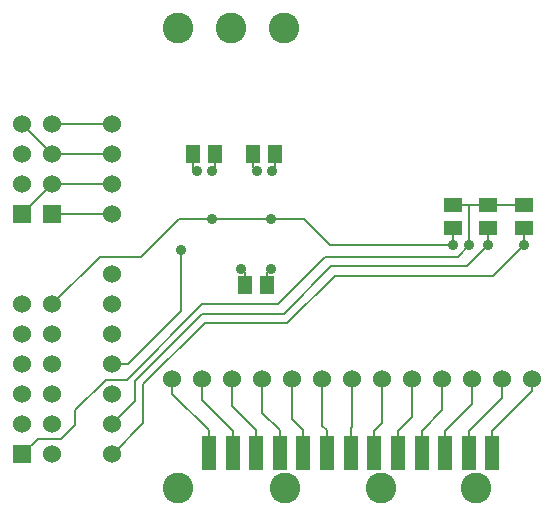
<source format=gtl>
G04 (created by PCBNEW-RS274X (2012-01-19 BZR 3256)-stable) date Mon 10 Dec 2012 16:42:02 GMT*
G01*
G70*
G90*
%MOIN*%
G04 Gerber Fmt 3.4, Leading zero omitted, Abs format*
%FSLAX34Y34*%
G04 APERTURE LIST*
%ADD10C,0.006000*%
%ADD11R,0.051200X0.118100*%
%ADD12C,0.102400*%
%ADD13R,0.051200X0.059100*%
%ADD14R,0.059100X0.051200*%
%ADD15C,0.060000*%
%ADD16R,0.060000X0.060000*%
%ADD17C,0.035000*%
%ADD18C,0.008000*%
G04 APERTURE END LIST*
G54D10*
G54D11*
X66674Y-46457D03*
X65887Y-46457D03*
X65099Y-46457D03*
X64312Y-46457D03*
X63524Y-46457D03*
X62737Y-46457D03*
X61950Y-46457D03*
X61162Y-46457D03*
X60375Y-46457D03*
X59587Y-46457D03*
X58800Y-46457D03*
X58013Y-46457D03*
X57225Y-46457D03*
G54D12*
X56181Y-32283D03*
X57953Y-32283D03*
X59724Y-32283D03*
X56181Y-47638D03*
X59764Y-47638D03*
X62953Y-47638D03*
X66142Y-47638D03*
G54D13*
X56692Y-36496D03*
X57442Y-36496D03*
G54D14*
X66535Y-38208D03*
X66535Y-38958D03*
X67717Y-38208D03*
X67717Y-38958D03*
G54D13*
X58424Y-40866D03*
X59174Y-40866D03*
X58680Y-36496D03*
X59430Y-36496D03*
G54D15*
X63000Y-44000D03*
X54000Y-35500D03*
X54000Y-43500D03*
X54000Y-36500D03*
X56000Y-44000D03*
X57000Y-44000D03*
X58000Y-44000D03*
X59000Y-44000D03*
X60000Y-44000D03*
X61000Y-44000D03*
X62000Y-44000D03*
X54000Y-42500D03*
X64000Y-44000D03*
X65000Y-44000D03*
X66000Y-44000D03*
X67000Y-44000D03*
X68000Y-44000D03*
X54000Y-45500D03*
X54000Y-44500D03*
X54000Y-46500D03*
X54000Y-40500D03*
X54000Y-38500D03*
X54000Y-41500D03*
X54000Y-37500D03*
G54D16*
X51000Y-46500D03*
G54D15*
X52000Y-46500D03*
X51000Y-45500D03*
X52000Y-45500D03*
X51000Y-44500D03*
X52000Y-44500D03*
X52000Y-43500D03*
X51000Y-43500D03*
X52000Y-42500D03*
X51000Y-42500D03*
X52000Y-41500D03*
X51000Y-41500D03*
G54D16*
X52000Y-38500D03*
G54D15*
X52000Y-37500D03*
X52000Y-36500D03*
X52000Y-35500D03*
G54D14*
X65354Y-38208D03*
X65354Y-38958D03*
G54D16*
X51000Y-38500D03*
G54D15*
X51000Y-37500D03*
X51000Y-36500D03*
X51000Y-35500D03*
G54D17*
X56811Y-37067D03*
X56299Y-39685D03*
X58307Y-40315D03*
X59291Y-38661D03*
X65354Y-39528D03*
X57323Y-38661D03*
X59291Y-40315D03*
X57323Y-37067D03*
X66535Y-39528D03*
X67717Y-39528D03*
X65906Y-39528D03*
X58819Y-37067D03*
X59311Y-37067D03*
G54D18*
X56692Y-36948D02*
X56692Y-36496D01*
X56811Y-37067D02*
X56692Y-36948D01*
X56299Y-41733D02*
X56299Y-39685D01*
X54532Y-43500D02*
X56299Y-41733D01*
X54000Y-43500D02*
X54532Y-43500D01*
X54000Y-37500D02*
X52000Y-37500D01*
X58307Y-40315D02*
X58424Y-40432D01*
X58424Y-40432D02*
X58424Y-40866D01*
X52000Y-37500D02*
X51000Y-38500D01*
X54000Y-38500D02*
X52000Y-38500D01*
X60394Y-38661D02*
X59291Y-38661D01*
X56221Y-38661D02*
X54961Y-39921D01*
X59174Y-40432D02*
X59291Y-40315D01*
X61261Y-39528D02*
X60394Y-38661D01*
X57323Y-37067D02*
X57442Y-36948D01*
X53579Y-39921D02*
X52000Y-41500D01*
X65354Y-39528D02*
X61261Y-39528D01*
X65354Y-38958D02*
X65354Y-39528D01*
X54961Y-39921D02*
X53579Y-39921D01*
X59174Y-40866D02*
X59174Y-40432D01*
X57323Y-38661D02*
X56221Y-38661D01*
X57442Y-36948D02*
X57442Y-36496D01*
X59291Y-38661D02*
X57323Y-38661D01*
X54764Y-44055D02*
X54764Y-44736D01*
X66535Y-38958D02*
X66535Y-39528D01*
X59724Y-41811D02*
X57008Y-41811D01*
X61299Y-40236D02*
X59724Y-41811D01*
X65827Y-40236D02*
X61299Y-40236D01*
X57008Y-41811D02*
X54764Y-44055D01*
X66535Y-39528D02*
X65827Y-40236D01*
X54764Y-44736D02*
X54000Y-45500D01*
X59843Y-42126D02*
X61418Y-40551D01*
X66694Y-40551D02*
X67717Y-39528D01*
X57087Y-42126D02*
X59843Y-42126D01*
X54000Y-46500D02*
X54012Y-46500D01*
X55039Y-45473D02*
X55039Y-44174D01*
X67717Y-38958D02*
X67717Y-39528D01*
X55039Y-44174D02*
X57087Y-42126D01*
X54012Y-46500D02*
X55039Y-45473D01*
X61418Y-40551D02*
X66694Y-40551D01*
X59527Y-41496D02*
X57008Y-41496D01*
X65512Y-39921D02*
X61102Y-39921D01*
X66535Y-38208D02*
X65906Y-38208D01*
X67717Y-38208D02*
X66535Y-38208D01*
X65906Y-38208D02*
X65354Y-38208D01*
X65906Y-39528D02*
X65906Y-38208D01*
X57008Y-41496D02*
X54488Y-44016D01*
X51516Y-45984D02*
X51000Y-46500D01*
X65906Y-39528D02*
X65905Y-39528D01*
X61102Y-39921D02*
X59527Y-41496D01*
X52283Y-45984D02*
X51516Y-45984D01*
X52756Y-45511D02*
X52283Y-45984D01*
X53779Y-44016D02*
X52756Y-45039D01*
X52756Y-45039D02*
X52756Y-45511D01*
X54488Y-44016D02*
X53779Y-44016D01*
X65905Y-39528D02*
X65512Y-39921D01*
X57225Y-46457D02*
X57225Y-45709D01*
X56000Y-44484D02*
X56000Y-44000D01*
X57225Y-45709D02*
X56000Y-44484D01*
X58000Y-44909D02*
X58000Y-44000D01*
X58800Y-46457D02*
X58800Y-45709D01*
X58800Y-45709D02*
X58000Y-44909D01*
X60000Y-45334D02*
X60000Y-44000D01*
X60375Y-45709D02*
X60000Y-45334D01*
X60375Y-46457D02*
X60375Y-45709D01*
X62000Y-45578D02*
X61950Y-45628D01*
X62000Y-44000D02*
X62000Y-45578D01*
X61950Y-45628D02*
X61950Y-46457D01*
X63524Y-45728D02*
X64000Y-45252D01*
X64000Y-45252D02*
X64000Y-44000D01*
X63524Y-46457D02*
X63524Y-45728D01*
X58819Y-37067D02*
X58680Y-36928D01*
X58680Y-36928D02*
X58680Y-36496D01*
X59430Y-36948D02*
X59430Y-36496D01*
X59311Y-37067D02*
X59430Y-36948D01*
X59000Y-45122D02*
X59000Y-44000D01*
X59587Y-45709D02*
X59000Y-45122D01*
X59587Y-46457D02*
X59587Y-45709D01*
X61000Y-45547D02*
X61000Y-44000D01*
X61162Y-46457D02*
X61162Y-45709D01*
X61162Y-45709D02*
X61000Y-45547D01*
X66674Y-45728D02*
X68000Y-44402D01*
X68000Y-44402D02*
X68000Y-44000D01*
X66674Y-46457D02*
X66674Y-45728D01*
X65887Y-45728D02*
X67000Y-44615D01*
X65887Y-46457D02*
X65887Y-45728D01*
X67000Y-44615D02*
X67000Y-44000D01*
X65000Y-45040D02*
X65000Y-44000D01*
X64312Y-46457D02*
X64312Y-45728D01*
X64312Y-45728D02*
X65000Y-45040D01*
X57000Y-44697D02*
X57000Y-44000D01*
X58013Y-45710D02*
X57000Y-44697D01*
X58013Y-46457D02*
X58013Y-45710D01*
X65099Y-45728D02*
X66000Y-44827D01*
X65099Y-46457D02*
X65099Y-45728D01*
X66000Y-44827D02*
X66000Y-44000D01*
X62737Y-45727D02*
X63000Y-45464D01*
X63000Y-45464D02*
X63000Y-44000D01*
X62737Y-46457D02*
X62737Y-45727D01*
X54000Y-35500D02*
X52000Y-35500D01*
X52000Y-36500D02*
X51000Y-35500D01*
X54000Y-36500D02*
X52000Y-36500D01*
M02*

</source>
